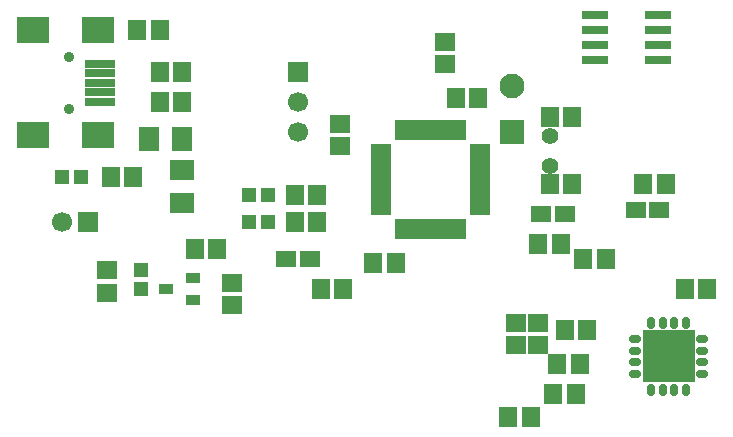
<source format=gbr>
G04 DipTrace 2.4.0.2*
%INMaskTop.gbr*%
%MOMM*%
%ADD51C,0.9*%
%ADD56C,1.4*%
%ADD58R,4.4X4.4*%
%ADD60O,1.05X0.75*%
%ADD62O,0.75X1.05*%
%ADD64R,2.2X0.8*%
%ADD66R,0.5X1.8*%
%ADD68R,1.8X0.5*%
%ADD70R,1.8X1.4*%
%ADD74R,1.25X0.85*%
%ADD76R,2.7X2.2*%
%ADD78R,2.5X0.7*%
%ADD80R,2.0X1.8*%
%ADD82R,1.8X2.0*%
%ADD90R,1.2X1.2*%
%ADD92R,1.5X1.7*%
%ADD94R,1.7X1.5*%
%ADD96C,1.7*%
%ADD98R,1.7X1.7*%
%ADD100C,2.1*%
%ADD101R,2.1X2.1*%
%FSLAX53Y53*%
G04*
G71*
G90*
G75*
G01*
%LNTopMask*%
%LPD*%
D101*
X54450Y39845D3*
D100*
Y43695D3*
D98*
X18573Y32225D3*
D96*
X16373D3*
D94*
X39845Y40480D3*
Y38580D3*
D92*
X51593Y42703D3*
X49693D3*
X42703Y28733D3*
X44603D3*
X58578Y30320D3*
X56678D3*
X59530Y41115D3*
X57630D3*
X59530Y35400D3*
X57630D3*
X70960Y26510D3*
X69060D3*
X56038Y15715D3*
X54138D3*
D94*
X54768Y21748D3*
Y23648D3*
X56673Y21748D3*
Y23648D3*
D90*
X33813Y32225D3*
X32213D3*
X33813Y34448D3*
X32213D3*
X23018Y28098D3*
Y26498D3*
D82*
X26510Y39210D3*
X23710D3*
D80*
X26510Y33813D3*
Y36613D3*
D90*
X17938Y36035D3*
X16338D3*
D78*
X19525Y42385D3*
Y43185D3*
Y43985D3*
Y44785D3*
Y45585D3*
D76*
X19425Y39535D3*
Y48435D3*
X13925Y39535D3*
Y48435D3*
D51*
X16925Y41785D3*
Y46185D3*
D98*
X36353Y44925D3*
D96*
Y42385D3*
Y39845D3*
D74*
X27463Y27463D3*
Y25563D3*
X25163Y26513D3*
D92*
X60483Y29050D3*
X62383D3*
X37940Y32225D3*
X36040D3*
X37940Y34448D3*
X36040D3*
D94*
X48735Y47465D3*
Y45565D3*
D92*
X65563Y35400D3*
X67463D3*
X38258Y26510D3*
X40158D3*
X29510Y29902D3*
X27610D3*
D94*
X30780Y25140D3*
Y27040D3*
X20160Y28093D3*
Y26193D3*
D92*
X26510Y44925D3*
X24610D3*
X26510Y42385D3*
X24610D3*
X22383Y36035D3*
X20483D3*
X24605Y48418D3*
X22705D3*
X60800Y23018D3*
X58900D3*
X60165Y20160D3*
X58265D3*
X59848Y17620D3*
X57948D3*
D70*
X64928Y33178D3*
X66928D3*
X58895Y32860D3*
X56895D3*
X37305Y29050D3*
X35305D3*
D68*
X51773Y38540D3*
Y38040D3*
Y37540D3*
Y37040D3*
Y36540D3*
Y36040D3*
Y35540D3*
Y35040D3*
Y34540D3*
Y34040D3*
Y33540D3*
Y33040D3*
D66*
X50323Y31590D3*
X49823D3*
X49323D3*
X48823D3*
X48323D3*
X47823D3*
X47323D3*
X46823D3*
X46323D3*
X45823D3*
X45323D3*
X44823D3*
D68*
X43373Y33040D3*
Y33540D3*
Y34040D3*
Y34540D3*
Y35040D3*
Y35540D3*
Y36040D3*
Y36540D3*
Y37040D3*
Y37540D3*
Y38040D3*
Y38540D3*
D66*
X44823Y39990D3*
X45323D3*
X45823D3*
X46323D3*
X46823D3*
X47323D3*
X47823D3*
X48323D3*
X48823D3*
X49323D3*
X49823D3*
X50323D3*
D64*
X61435Y45878D3*
Y47148D3*
Y48418D3*
Y49688D3*
X66835D3*
Y48418D3*
Y47148D3*
Y45878D3*
D62*
X66198Y23653D3*
X67198D3*
X68198D3*
X69198D3*
D60*
X70548Y22303D3*
Y21303D3*
Y20303D3*
Y19303D3*
D62*
X69198Y17953D3*
X68198D3*
X67198D3*
X66198D3*
D60*
X64848Y19303D3*
Y20303D3*
Y21303D3*
Y22303D3*
D58*
X67698Y20803D3*
D56*
X57625Y36907D3*
Y39447D3*
M02*

</source>
